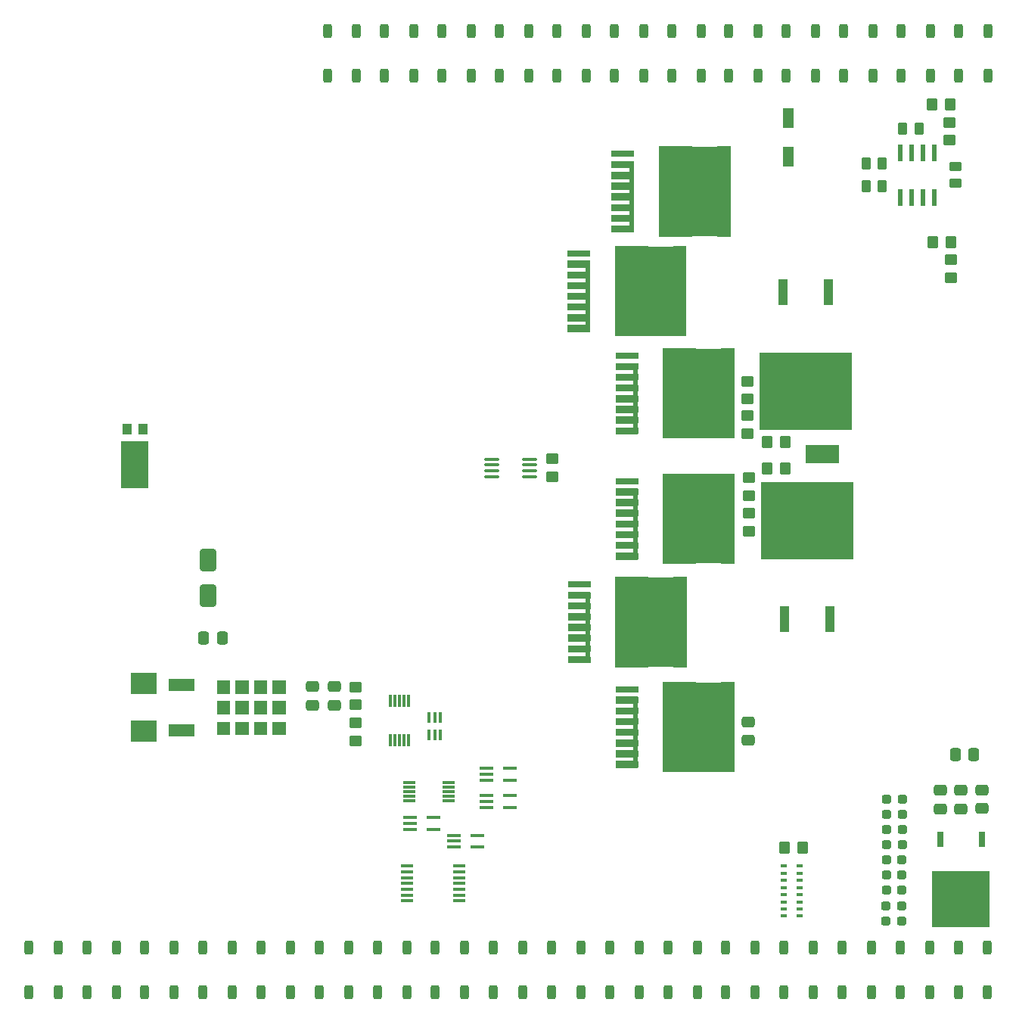
<source format=gbr>
%TF.GenerationSoftware,KiCad,Pcbnew,8.0.3*%
%TF.CreationDate,2025-06-05T12:32:52-07:00*%
%TF.ProjectId,Power_ManagementV2,506f7765-725f-44d6-916e-6167656d656e,rev?*%
%TF.SameCoordinates,Original*%
%TF.FileFunction,Paste,Top*%
%TF.FilePolarity,Positive*%
%FSLAX46Y46*%
G04 Gerber Fmt 4.6, Leading zero omitted, Abs format (unit mm)*
G04 Created by KiCad (PCBNEW 8.0.3) date 2025-06-05 12:32:52*
%MOMM*%
%LPD*%
G01*
G04 APERTURE LIST*
G04 Aperture macros list*
%AMRoundRect*
0 Rectangle with rounded corners*
0 $1 Rounding radius*
0 $2 $3 $4 $5 $6 $7 $8 $9 X,Y pos of 4 corners*
0 Add a 4 corners polygon primitive as box body*
4,1,4,$2,$3,$4,$5,$6,$7,$8,$9,$2,$3,0*
0 Add four circle primitives for the rounded corners*
1,1,$1+$1,$2,$3*
1,1,$1+$1,$4,$5*
1,1,$1+$1,$6,$7*
1,1,$1+$1,$8,$9*
0 Add four rect primitives between the rounded corners*
20,1,$1+$1,$2,$3,$4,$5,0*
20,1,$1+$1,$4,$5,$6,$7,0*
20,1,$1+$1,$6,$7,$8,$9,0*
20,1,$1+$1,$8,$9,$2,$3,0*%
G04 Aperture macros list end*
%ADD10C,0.000000*%
%ADD11C,0.010000*%
%ADD12RoundRect,0.250000X-0.250000X0.550000X-0.250000X-0.550000X0.250000X-0.550000X0.250000X0.550000X0*%
%ADD13RoundRect,0.100000X-0.650000X-0.100000X0.650000X-0.100000X0.650000X0.100000X-0.650000X0.100000X0*%
%ADD14R,0.990600X1.143000*%
%ADD15R,3.098800X5.207000*%
%ADD16RoundRect,0.250000X-0.262500X-0.450000X0.262500X-0.450000X0.262500X0.450000X-0.262500X0.450000X0*%
%ADD17RoundRect,0.250000X0.250000X-0.550000X0.250000X0.550000X-0.250000X0.550000X-0.250000X-0.550000X0*%
%ADD18RoundRect,0.237500X-0.287500X-0.237500X0.287500X-0.237500X0.287500X0.237500X-0.287500X0.237500X0*%
%ADD19RoundRect,0.250000X0.475000X-0.337500X0.475000X0.337500X-0.475000X0.337500X-0.475000X-0.337500X0*%
%ADD20RoundRect,0.250000X0.350000X0.450000X-0.350000X0.450000X-0.350000X-0.450000X0.350000X-0.450000X0*%
%ADD21RoundRect,0.250000X-0.450000X0.350000X-0.450000X-0.350000X0.450000X-0.350000X0.450000X0.350000X0*%
%ADD22R,0.330200X1.371600*%
%ADD23RoundRect,0.250000X-0.337500X-0.475000X0.337500X-0.475000X0.337500X0.475000X-0.337500X0.475000X0*%
%ADD24RoundRect,0.250000X0.450000X-0.350000X0.450000X0.350000X-0.450000X0.350000X-0.450000X-0.350000X0*%
%ADD25R,2.500000X0.800000*%
%ADD26R,7.999995X10.100005*%
%ADD27RoundRect,0.250000X-0.350000X-0.450000X0.350000X-0.450000X0.350000X0.450000X-0.350000X0.450000X0*%
%ADD28R,1.168400X2.209800*%
%ADD29RoundRect,0.250000X-0.475000X0.337500X-0.475000X-0.337500X0.475000X-0.337500X0.475000X0.337500X0*%
%ADD30R,1.371600X0.330200*%
%ADD31RoundRect,0.250000X0.262500X0.450000X-0.262500X0.450000X-0.262500X-0.450000X0.262500X-0.450000X0*%
%ADD32R,0.711200X1.701800*%
%ADD33R,6.553200X6.223000*%
%ADD34R,0.990600X2.997200*%
%ADD35R,10.337800X8.712200*%
%ADD36RoundRect,0.100000X-0.712500X-0.100000X0.712500X-0.100000X0.712500X0.100000X-0.712500X0.100000X0*%
%ADD37R,1.460500X0.355600*%
%ADD38R,0.355600X1.168400*%
%ADD39R,3.800000X2.000000*%
%ADD40R,0.711200X0.457200*%
%ADD41R,2.990000X1.340000*%
%ADD42R,0.533400X1.981200*%
%ADD43RoundRect,0.250000X0.650000X-1.000000X0.650000X1.000000X-0.650000X1.000000X-0.650000X-1.000000X0*%
%ADD44RoundRect,0.250000X-0.450000X0.262500X-0.450000X-0.262500X0.450000X-0.262500X0.450000X0.262500X0*%
%ADD45R,3.000000X2.475000*%
G04 APERTURE END LIST*
D10*
%TO.C,Q3*%
G36*
X230490703Y-88526397D02*
G01*
X233290698Y-88526397D01*
X233290702Y-87676398D01*
X234790699Y-87676398D01*
X234790699Y-97776404D01*
X233290702Y-97776404D01*
X233290698Y-96926405D01*
X230490703Y-96926405D01*
X230490697Y-97776404D01*
X226790704Y-97776404D01*
X226790704Y-87676398D01*
X230490697Y-87676398D01*
X230490703Y-88526397D01*
G37*
G36*
X223990701Y-97326400D02*
G01*
X221490701Y-97326400D01*
X221490701Y-96526400D01*
X223490700Y-96526402D01*
X223490700Y-96126402D01*
X221490701Y-96126400D01*
X221490701Y-95326402D01*
X223490700Y-95326402D01*
X223490700Y-94926402D01*
X221490701Y-94926402D01*
X221490701Y-94126403D01*
X223490700Y-94126402D01*
X223490700Y-93726402D01*
X221490701Y-93726402D01*
X221490701Y-92926402D01*
X223490700Y-92926402D01*
X223490700Y-92526402D01*
X221490701Y-92526402D01*
X221490701Y-91726402D01*
X223490700Y-91726402D01*
X223490700Y-91326402D01*
X221490701Y-91326402D01*
X221490701Y-90526402D01*
X223490700Y-90526402D01*
X223490700Y-90126402D01*
X221490701Y-90126402D01*
X221490701Y-89326402D01*
X223990701Y-89326402D01*
X223990701Y-97326400D01*
G37*
%TO.C,Q4*%
G36*
X230490703Y-102539795D02*
G01*
X233290698Y-102539795D01*
X233290702Y-101689796D01*
X234790699Y-101689796D01*
X234790699Y-111789802D01*
X233290702Y-111789802D01*
X233290698Y-110939803D01*
X230490703Y-110939803D01*
X230490697Y-111789802D01*
X226790704Y-111789802D01*
X226790704Y-101689796D01*
X230490697Y-101689796D01*
X230490703Y-102539795D01*
G37*
G36*
X223990701Y-111339798D02*
G01*
X221490701Y-111339798D01*
X221490701Y-110539798D01*
X223490700Y-110539800D01*
X223490700Y-110139800D01*
X221490701Y-110139798D01*
X221490701Y-109339800D01*
X223490700Y-109339800D01*
X223490700Y-108939800D01*
X221490701Y-108939800D01*
X221490701Y-108139801D01*
X223490700Y-108139800D01*
X223490700Y-107739800D01*
X221490701Y-107739800D01*
X221490701Y-106939800D01*
X223490700Y-106939800D01*
X223490700Y-106539800D01*
X221490701Y-106539800D01*
X221490701Y-105739800D01*
X223490700Y-105739800D01*
X223490700Y-105339800D01*
X221490701Y-105339800D01*
X221490701Y-104539800D01*
X223490700Y-104539800D01*
X223490700Y-104139800D01*
X221490701Y-104139800D01*
X221490701Y-103339800D01*
X223990701Y-103339800D01*
X223990701Y-111339798D01*
G37*
%TO.C,Q1*%
G36*
X230033503Y-65954796D02*
G01*
X232833498Y-65954796D01*
X232833502Y-65104797D01*
X234333499Y-65104797D01*
X234333499Y-75204803D01*
X232833502Y-75204803D01*
X232833498Y-74354804D01*
X230033503Y-74354804D01*
X230033497Y-75204803D01*
X226333504Y-75204803D01*
X226333504Y-65104797D01*
X230033497Y-65104797D01*
X230033503Y-65954796D01*
G37*
G36*
X223533501Y-74754799D02*
G01*
X221033501Y-74754799D01*
X221033501Y-73954799D01*
X223033500Y-73954801D01*
X223033500Y-73554801D01*
X221033501Y-73554799D01*
X221033501Y-72754801D01*
X223033500Y-72754801D01*
X223033500Y-72354801D01*
X221033501Y-72354801D01*
X221033501Y-71554802D01*
X223033500Y-71554801D01*
X223033500Y-71154801D01*
X221033501Y-71154801D01*
X221033501Y-70354801D01*
X223033500Y-70354801D01*
X223033500Y-69954801D01*
X221033501Y-69954801D01*
X221033501Y-69154801D01*
X223033500Y-69154801D01*
X223033500Y-68754801D01*
X221033501Y-68754801D01*
X221033501Y-67954801D01*
X223033500Y-67954801D01*
X223033500Y-67554801D01*
X221033501Y-67554801D01*
X221033501Y-66754801D01*
X223533501Y-66754801D01*
X223533501Y-74754799D01*
G37*
%TO.C,Q2*%
G36*
X225105903Y-77079996D02*
G01*
X227905898Y-77079996D01*
X227905902Y-76229997D01*
X229405899Y-76229997D01*
X229405899Y-86330003D01*
X227905902Y-86330003D01*
X227905898Y-85480004D01*
X225105903Y-85480004D01*
X225105897Y-86330003D01*
X221405904Y-86330003D01*
X221405904Y-76229997D01*
X225105897Y-76229997D01*
X225105903Y-77079996D01*
G37*
G36*
X218605901Y-85879999D02*
G01*
X216105901Y-85879999D01*
X216105901Y-85079999D01*
X218105900Y-85080001D01*
X218105900Y-84680001D01*
X216105901Y-84679999D01*
X216105901Y-83880001D01*
X218105900Y-83880001D01*
X218105900Y-83480001D01*
X216105901Y-83480001D01*
X216105901Y-82680002D01*
X218105900Y-82680001D01*
X218105900Y-82280001D01*
X216105901Y-82280001D01*
X216105901Y-81480001D01*
X218105900Y-81480001D01*
X218105900Y-81080001D01*
X216105901Y-81080001D01*
X216105901Y-80280001D01*
X218105900Y-80280001D01*
X218105900Y-79880001D01*
X216105901Y-79880001D01*
X216105901Y-79080001D01*
X218105900Y-79080001D01*
X218105900Y-78680001D01*
X216105901Y-78680001D01*
X216105901Y-77880001D01*
X218605901Y-77880001D01*
X218605901Y-85879999D01*
G37*
%TO.C,Q5*%
G36*
X225148602Y-114115995D02*
G01*
X227948597Y-114115995D01*
X227948601Y-113265996D01*
X229448598Y-113265996D01*
X229448598Y-123366002D01*
X227948601Y-123366002D01*
X227948597Y-122516003D01*
X225148602Y-122516003D01*
X225148596Y-123366002D01*
X221448603Y-123366002D01*
X221448603Y-113265996D01*
X225148596Y-113265996D01*
X225148602Y-114115995D01*
G37*
G36*
X218648600Y-122915998D02*
G01*
X216148600Y-122915998D01*
X216148600Y-122115998D01*
X218148599Y-122116000D01*
X218148599Y-121716000D01*
X216148600Y-121715998D01*
X216148600Y-120916000D01*
X218148599Y-120916000D01*
X218148599Y-120516000D01*
X216148600Y-120516000D01*
X216148600Y-119716001D01*
X218148599Y-119716000D01*
X218148599Y-119316000D01*
X216148600Y-119316000D01*
X216148600Y-118516000D01*
X218148599Y-118516000D01*
X218148599Y-118116000D01*
X216148600Y-118116000D01*
X216148600Y-117316000D01*
X218148599Y-117316000D01*
X218148599Y-116916000D01*
X216148600Y-116916000D01*
X216148600Y-116116000D01*
X218148599Y-116116000D01*
X218148599Y-115716000D01*
X216148600Y-115716000D01*
X216148600Y-114916000D01*
X218648600Y-114916000D01*
X218648600Y-122915998D01*
G37*
%TO.C,Q6*%
G36*
X230490703Y-125850795D02*
G01*
X233290698Y-125850795D01*
X233290702Y-125000796D01*
X234790699Y-125000796D01*
X234790699Y-135100802D01*
X233290702Y-135100802D01*
X233290698Y-134250803D01*
X230490703Y-134250803D01*
X230490697Y-135100802D01*
X226790704Y-135100802D01*
X226790704Y-125000796D01*
X230490697Y-125000796D01*
X230490703Y-125850795D01*
G37*
G36*
X223990701Y-134650798D02*
G01*
X221490701Y-134650798D01*
X221490701Y-133850798D01*
X223490700Y-133850800D01*
X223490700Y-133450800D01*
X221490701Y-133450798D01*
X221490701Y-132650800D01*
X223490700Y-132650800D01*
X223490700Y-132250800D01*
X221490701Y-132250800D01*
X221490701Y-131450801D01*
X223490700Y-131450800D01*
X223490700Y-131050800D01*
X221490701Y-131050800D01*
X221490701Y-130250800D01*
X223490700Y-130250800D01*
X223490700Y-129850800D01*
X221490701Y-129850800D01*
X221490701Y-129050800D01*
X223490700Y-129050800D01*
X223490700Y-128650800D01*
X221490701Y-128650800D01*
X221490701Y-127850800D01*
X223490700Y-127850800D01*
X223490700Y-127450800D01*
X221490701Y-127450800D01*
X221490701Y-126650800D01*
X223990701Y-126650800D01*
X223990701Y-134650798D01*
G37*
D11*
%TO.C,R14*%
X178252500Y-126240000D02*
X176872500Y-126240000D01*
X176872500Y-124860000D01*
X178252500Y-124860000D01*
X178252500Y-126240000D01*
G36*
X178252500Y-126240000D02*
G01*
X176872500Y-126240000D01*
X176872500Y-124860000D01*
X178252500Y-124860000D01*
X178252500Y-126240000D01*
G37*
X178252500Y-128540000D02*
X176872500Y-128540000D01*
X176872500Y-127160000D01*
X178252500Y-127160000D01*
X178252500Y-128540000D01*
G36*
X178252500Y-128540000D02*
G01*
X176872500Y-128540000D01*
X176872500Y-127160000D01*
X178252500Y-127160000D01*
X178252500Y-128540000D01*
G37*
X178252500Y-130840000D02*
X176872500Y-130840000D01*
X176872500Y-129460000D01*
X178252500Y-129460000D01*
X178252500Y-130840000D01*
G36*
X178252500Y-130840000D02*
G01*
X176872500Y-130840000D01*
X176872500Y-129460000D01*
X178252500Y-129460000D01*
X178252500Y-130840000D01*
G37*
X180322500Y-126240000D02*
X178942500Y-126240000D01*
X178942500Y-124860000D01*
X180322500Y-124860000D01*
X180322500Y-126240000D01*
G36*
X180322500Y-126240000D02*
G01*
X178942500Y-126240000D01*
X178942500Y-124860000D01*
X180322500Y-124860000D01*
X180322500Y-126240000D01*
G37*
X180322500Y-128540000D02*
X178942500Y-128540000D01*
X178942500Y-127160000D01*
X180322500Y-127160000D01*
X180322500Y-128540000D01*
G36*
X180322500Y-128540000D02*
G01*
X178942500Y-128540000D01*
X178942500Y-127160000D01*
X180322500Y-127160000D01*
X180322500Y-128540000D01*
G37*
X180322500Y-130840000D02*
X178942500Y-130840000D01*
X178942500Y-129460000D01*
X180322500Y-129460000D01*
X180322500Y-130840000D01*
G36*
X180322500Y-130840000D02*
G01*
X178942500Y-130840000D01*
X178942500Y-129460000D01*
X180322500Y-129460000D01*
X180322500Y-130840000D01*
G37*
X182392500Y-126240000D02*
X181012500Y-126240000D01*
X181012500Y-124860000D01*
X182392500Y-124860000D01*
X182392500Y-126240000D01*
G36*
X182392500Y-126240000D02*
G01*
X181012500Y-126240000D01*
X181012500Y-124860000D01*
X182392500Y-124860000D01*
X182392500Y-126240000D01*
G37*
X182392500Y-128540000D02*
X181012500Y-128540000D01*
X181012500Y-127160000D01*
X182392500Y-127160000D01*
X182392500Y-128540000D01*
G36*
X182392500Y-128540000D02*
G01*
X181012500Y-128540000D01*
X181012500Y-127160000D01*
X182392500Y-127160000D01*
X182392500Y-128540000D01*
G37*
X182392500Y-130840000D02*
X181012500Y-130840000D01*
X181012500Y-129460000D01*
X182392500Y-129460000D01*
X182392500Y-130840000D01*
G36*
X182392500Y-130840000D02*
G01*
X181012500Y-130840000D01*
X181012500Y-129460000D01*
X182392500Y-129460000D01*
X182392500Y-130840000D01*
G37*
X184462500Y-126240000D02*
X183082500Y-126240000D01*
X183082500Y-124860000D01*
X184462500Y-124860000D01*
X184462500Y-126240000D01*
G36*
X184462500Y-126240000D02*
G01*
X183082500Y-126240000D01*
X183082500Y-124860000D01*
X184462500Y-124860000D01*
X184462500Y-126240000D01*
G37*
X184462500Y-128540000D02*
X183082500Y-128540000D01*
X183082500Y-127160000D01*
X184462500Y-127160000D01*
X184462500Y-128540000D01*
G36*
X184462500Y-128540000D02*
G01*
X183082500Y-128540000D01*
X183082500Y-127160000D01*
X184462500Y-127160000D01*
X184462500Y-128540000D01*
G37*
X184462500Y-130840000D02*
X183082500Y-130840000D01*
X183082500Y-129460000D01*
X184462500Y-129460000D01*
X184462500Y-130840000D01*
G36*
X184462500Y-130840000D02*
G01*
X183082500Y-130840000D01*
X183082500Y-129460000D01*
X184462500Y-129460000D01*
X184462500Y-130840000D01*
G37*
%TD*%
D12*
%TO.C,LED18*%
X263139322Y-52200000D03*
X259839322Y-52200000D03*
X263139322Y-57200000D03*
X259839322Y-57200000D03*
%TD*%
D13*
%TO.C,U9*%
X203365000Y-142175000D03*
X203365000Y-142825000D03*
X203365000Y-143475000D03*
X206025000Y-143475000D03*
X206025000Y-142175000D03*
%TD*%
D14*
%TO.C,CR1*%
X168616402Y-96723200D03*
X166776400Y-96723200D03*
D15*
X167696401Y-100711000D03*
%TD*%
D16*
%TO.C,R5*%
X249485900Y-67002400D03*
X251310900Y-67002400D03*
%TD*%
D17*
%TO.C,LED1*%
X155793000Y-159750000D03*
X159093000Y-159750000D03*
X155793000Y-154750000D03*
X159093000Y-154750000D03*
%TD*%
D18*
%TO.C,D13*%
X251747400Y-150048200D03*
X253497400Y-150048200D03*
%TD*%
D19*
%TO.C,C6*%
X260148599Y-139211500D03*
X260148599Y-137136500D03*
%TD*%
D17*
%TO.C,LED5*%
X181798600Y-159750000D03*
X185098600Y-159750000D03*
X181798600Y-154750000D03*
X185098600Y-154750000D03*
%TD*%
D20*
%TO.C,R19*%
X242400000Y-143520400D03*
X240400000Y-143520400D03*
%TD*%
D13*
%TO.C,U12*%
X206990000Y-134700000D03*
X206990000Y-135350000D03*
X206990000Y-136000000D03*
X209650000Y-136000000D03*
X209650000Y-134700000D03*
%TD*%
D21*
%TO.C,R12*%
X259000000Y-77800000D03*
X259000000Y-79800000D03*
%TD*%
D22*
%TO.C,U10*%
X198275001Y-127139000D03*
X197774999Y-127139000D03*
X197275000Y-127139000D03*
X196775001Y-127139000D03*
X196274999Y-127139000D03*
X196274999Y-131533200D03*
X196775001Y-131533200D03*
X197275000Y-131533200D03*
X197774999Y-131533200D03*
X198275001Y-131533200D03*
%TD*%
D21*
%TO.C,R13*%
X192350000Y-125575000D03*
X192350000Y-127575000D03*
%TD*%
D23*
%TO.C,C2*%
X259515700Y-133096000D03*
X261590700Y-133096000D03*
%TD*%
D17*
%TO.C,LED6*%
X188300000Y-159750000D03*
X191600000Y-159750000D03*
X188300000Y-154750000D03*
X191600000Y-154750000D03*
%TD*%
D24*
%TO.C,R1*%
X236220000Y-93370400D03*
X236220000Y-91370400D03*
%TD*%
D12*
%TO.C,LED28*%
X198924934Y-52200000D03*
X195624934Y-52200000D03*
X198924934Y-57200000D03*
X195624934Y-57200000D03*
%TD*%
D25*
%TO.C,Q3*%
X222740701Y-88526402D03*
X222740701Y-89726402D03*
X222740701Y-90926402D03*
X222740701Y-92126402D03*
X222740701Y-93326402D03*
X222740701Y-94526402D03*
X222740701Y-95726400D03*
X222740701Y-96926400D03*
D26*
X230790701Y-92726401D03*
%TD*%
D17*
%TO.C,LED10*%
X214305600Y-159750000D03*
X217605600Y-159750000D03*
X214305600Y-154750000D03*
X217605600Y-154750000D03*
%TD*%
D25*
%TO.C,Q4*%
X222740701Y-102539800D03*
X222740701Y-103739800D03*
X222740701Y-104939800D03*
X222740701Y-106139800D03*
X222740701Y-107339800D03*
X222740701Y-108539800D03*
X222740701Y-109739798D03*
X222740701Y-110939798D03*
D26*
X230790701Y-106739799D03*
%TD*%
D27*
%TO.C,R9*%
X256900000Y-60450000D03*
X258900000Y-60450000D03*
%TD*%
D17*
%TO.C,LED7*%
X194801400Y-159750000D03*
X198101400Y-159750000D03*
X194801400Y-154750000D03*
X198101400Y-154750000D03*
%TD*%
D19*
%TO.C,C4*%
X262459999Y-139186100D03*
X262459999Y-137111100D03*
%TD*%
D28*
%TO.C,C1*%
X240800000Y-61900000D03*
X240800000Y-66218000D03*
%TD*%
D17*
%TO.C,LED15*%
X246812600Y-159750000D03*
X250112600Y-159750000D03*
X246812600Y-154750000D03*
X250112600Y-154750000D03*
%TD*%
D29*
%TO.C,C8*%
X187550000Y-125525000D03*
X187550000Y-127600000D03*
%TD*%
%TO.C,C9*%
X190025000Y-125537500D03*
X190025000Y-127612500D03*
%TD*%
D30*
%TO.C,U6*%
X198427900Y-136274999D03*
X198427900Y-136775001D03*
X198427900Y-137275000D03*
X198427900Y-137774999D03*
X198427900Y-138275001D03*
X202822100Y-138275001D03*
X202822100Y-137774999D03*
X202822100Y-137275000D03*
X202822100Y-136775001D03*
X202822100Y-136274999D03*
%TD*%
D31*
%TO.C,TH2*%
X255425700Y-63090800D03*
X253600700Y-63090800D03*
%TD*%
D17*
%TO.C,LED17*%
X259815400Y-159750000D03*
X263115400Y-159750000D03*
X259815400Y-154750000D03*
X263115400Y-154750000D03*
%TD*%
%TO.C,LED4*%
X175297200Y-159750000D03*
X178597200Y-159750000D03*
X175297200Y-154750000D03*
X178597200Y-154750000D03*
%TD*%
D18*
%TO.C,D5*%
X251803400Y-139837400D03*
X253553400Y-139837400D03*
%TD*%
D25*
%TO.C,Q1*%
X222283501Y-65954801D03*
X222283501Y-67154801D03*
X222283501Y-68354801D03*
X222283501Y-69554801D03*
X222283501Y-70754801D03*
X222283501Y-71954801D03*
X222283501Y-73154799D03*
X222283501Y-74354799D03*
D26*
X230333501Y-70154800D03*
%TD*%
D21*
%TO.C,R7*%
X236372400Y-102190800D03*
X236372400Y-104190800D03*
%TD*%
D17*
%TO.C,LED16*%
X253314000Y-159750000D03*
X256614000Y-159750000D03*
X253314000Y-154750000D03*
X256614000Y-154750000D03*
%TD*%
D32*
%TO.C,U4*%
X262450001Y-142593600D03*
D33*
X260150000Y-149350000D03*
D32*
X257849999Y-142593600D03*
%TD*%
D34*
%TO.C,U2*%
X240385600Y-117983000D03*
D35*
X242925600Y-106972100D03*
D34*
X245465600Y-117983000D03*
%TD*%
D17*
%TO.C,LED3*%
X168795800Y-159750000D03*
X172095800Y-159750000D03*
X168795800Y-154750000D03*
X172095800Y-154750000D03*
%TD*%
D27*
%TO.C,R10*%
X257000000Y-75800000D03*
X259000000Y-75800000D03*
%TD*%
D36*
%TO.C,U14*%
X207612500Y-100100000D03*
X207612500Y-100750000D03*
X207612500Y-101400000D03*
X207612500Y-102050000D03*
X211837500Y-102050000D03*
X211837500Y-101400000D03*
X211837500Y-100750000D03*
X211837500Y-100100000D03*
%TD*%
D18*
%TO.C,D6*%
X251800800Y-141488400D03*
X253550800Y-141488400D03*
%TD*%
D17*
%TO.C,LED8*%
X201302800Y-159750000D03*
X204602800Y-159750000D03*
X201302800Y-154750000D03*
X204602800Y-154750000D03*
%TD*%
D12*
%TO.C,LED20*%
X250296438Y-52200000D03*
X246996438Y-52200000D03*
X250296438Y-57200000D03*
X246996438Y-57200000D03*
%TD*%
D34*
%TO.C,U1*%
X245313200Y-81445100D03*
D35*
X242773200Y-92456000D03*
D34*
X240233200Y-81445100D03*
%TD*%
D17*
%TO.C,LED2*%
X162294400Y-159750000D03*
X165594400Y-159750000D03*
X162294400Y-154750000D03*
X165594400Y-154750000D03*
%TD*%
D20*
%TO.C,R8*%
X240436400Y-101142800D03*
X238436400Y-101142800D03*
%TD*%
D17*
%TO.C,LED12*%
X227308400Y-159750000D03*
X230608400Y-159750000D03*
X227308400Y-154750000D03*
X230608400Y-154750000D03*
%TD*%
D37*
%TO.C,U7*%
X198133750Y-145599999D03*
X198133750Y-146250000D03*
X198133750Y-146900001D03*
X198133750Y-147550000D03*
X198133750Y-148199999D03*
X198133750Y-148850000D03*
X198133750Y-149499999D03*
X203988450Y-149500001D03*
X203988450Y-148850000D03*
X203988450Y-148200001D03*
X203988450Y-147550000D03*
X203988450Y-146900001D03*
X203988450Y-146250000D03*
X203988450Y-145600001D03*
%TD*%
D23*
%TO.C,C7*%
X175369400Y-120091200D03*
X177444400Y-120091200D03*
%TD*%
D17*
%TO.C,LED9*%
X207804200Y-159750000D03*
X211104200Y-159750000D03*
X207804200Y-154750000D03*
X211104200Y-154750000D03*
%TD*%
D38*
%TO.C,U11*%
X201875000Y-129019200D03*
X201225001Y-129019200D03*
X200575002Y-129019200D03*
X200575002Y-130975000D03*
X201225001Y-130975000D03*
X201875000Y-130975000D03*
%TD*%
D12*
%TO.C,LED29*%
X192503496Y-52200000D03*
X189203496Y-52200000D03*
X192503496Y-57200000D03*
X189203496Y-57200000D03*
%TD*%
D39*
%TO.C,TP1*%
X244650000Y-99500000D03*
%TD*%
D19*
%TO.C,C5*%
X257799199Y-139233000D03*
X257799199Y-137158000D03*
%TD*%
D12*
%TO.C,LED27*%
X205346372Y-52200000D03*
X202046372Y-52200000D03*
X205346372Y-57200000D03*
X202046372Y-57200000D03*
%TD*%
D18*
%TO.C,D8*%
X251789400Y-144892000D03*
X253539400Y-144892000D03*
%TD*%
D21*
%TO.C,R2*%
X236220000Y-95231200D03*
X236220000Y-97231200D03*
%TD*%
D13*
%TO.C,U8*%
X198470000Y-140187500D03*
X198470000Y-140837500D03*
X198470000Y-141487500D03*
X201130000Y-141487500D03*
X201130000Y-140187500D03*
%TD*%
D25*
%TO.C,Q2*%
X217355901Y-77080001D03*
X217355901Y-78280001D03*
X217355901Y-79480001D03*
X217355901Y-80680001D03*
X217355901Y-81880001D03*
X217355901Y-83080001D03*
X217355901Y-84279999D03*
X217355901Y-85479999D03*
D26*
X225405901Y-81280000D03*
%TD*%
D29*
%TO.C,C3*%
X236321600Y-129467700D03*
X236321600Y-131542700D03*
%TD*%
D12*
%TO.C,LED21*%
X243875000Y-52200000D03*
X240575000Y-52200000D03*
X243875000Y-57200000D03*
X240575000Y-57200000D03*
%TD*%
%TO.C,LED22*%
X237453562Y-52200000D03*
X234153562Y-52200000D03*
X237453562Y-57200000D03*
X234153562Y-57200000D03*
%TD*%
D40*
%TO.C,R21*%
X242087400Y-151205999D03*
X242087400Y-150405999D03*
X242087400Y-149606000D03*
X242087400Y-148805999D03*
X242087400Y-148006001D03*
X242087400Y-147206000D03*
X242087400Y-146405999D03*
X242087400Y-145606001D03*
X240284000Y-145606001D03*
X240284000Y-146406001D03*
X240284000Y-147206000D03*
X240284000Y-148006001D03*
X240284000Y-148805999D03*
X240284000Y-149606000D03*
X240284000Y-150406001D03*
X240284000Y-151205999D03*
%TD*%
D16*
%TO.C,R4*%
X249485900Y-69542400D03*
X251310900Y-69542400D03*
%TD*%
D25*
%TO.C,Q5*%
X217398600Y-114116000D03*
X217398600Y-115316000D03*
X217398600Y-116516000D03*
X217398600Y-117716000D03*
X217398600Y-118916000D03*
X217398600Y-120116000D03*
X217398600Y-121315998D03*
X217398600Y-122515998D03*
D26*
X225448600Y-118315999D03*
%TD*%
D21*
%TO.C,R15*%
X192350000Y-129575000D03*
X192350000Y-131575000D03*
%TD*%
D18*
%TO.C,D7*%
X251803400Y-138161000D03*
X253553400Y-138161000D03*
%TD*%
%TO.C,D12*%
X251750000Y-151750000D03*
X253500000Y-151750000D03*
%TD*%
%TO.C,D11*%
X251772800Y-148321000D03*
X253522800Y-148321000D03*
%TD*%
D24*
%TO.C,R6*%
X236372400Y-108137200D03*
X236372400Y-106137200D03*
%TD*%
D25*
%TO.C,Q6*%
X222740701Y-125850800D03*
X222740701Y-127050800D03*
X222740701Y-128250800D03*
X222740701Y-129450800D03*
X222740701Y-130650800D03*
X222740701Y-131850800D03*
X222740701Y-133050798D03*
X222740701Y-134250798D03*
D26*
X230790701Y-130050799D03*
%TD*%
D41*
%TO.C,R14*%
X172907500Y-125310000D03*
X172907500Y-130390000D03*
%TD*%
D20*
%TO.C,R3*%
X240455200Y-98196400D03*
X238455200Y-98196400D03*
%TD*%
D42*
%TO.C,U3*%
X253299080Y-70787000D03*
X254569080Y-70787000D03*
X255839080Y-70787000D03*
X257109080Y-70787000D03*
X257109080Y-65859400D03*
X255839080Y-65859400D03*
X254569080Y-65859400D03*
X253299080Y-65859400D03*
%TD*%
D12*
%TO.C,LED25*%
X218189248Y-52200000D03*
X214889248Y-52200000D03*
X218189248Y-57200000D03*
X214889248Y-57200000D03*
%TD*%
%TO.C,LED26*%
X211767810Y-52200000D03*
X208467810Y-52200000D03*
X211767810Y-57200000D03*
X208467810Y-57200000D03*
%TD*%
D43*
%TO.C,D3*%
X175900000Y-115375000D03*
X175900000Y-111375000D03*
%TD*%
D12*
%TO.C,LED23*%
X231032124Y-52200000D03*
X227732124Y-52200000D03*
X231032124Y-57200000D03*
X227732124Y-57200000D03*
%TD*%
D17*
%TO.C,LED13*%
X233809800Y-159750000D03*
X237109800Y-159750000D03*
X233809800Y-154750000D03*
X237109800Y-154750000D03*
%TD*%
D18*
%TO.C,D4*%
X251803400Y-143215600D03*
X253553400Y-143215600D03*
%TD*%
D12*
%TO.C,LED19*%
X256717876Y-52200000D03*
X253417876Y-52200000D03*
X256717876Y-57200000D03*
X253417876Y-57200000D03*
%TD*%
D21*
%TO.C,R11*%
X258850000Y-62400000D03*
X258850000Y-64400000D03*
%TD*%
D17*
%TO.C,LED11*%
X220807000Y-159750000D03*
X224107000Y-159750000D03*
X220807000Y-154750000D03*
X224107000Y-154750000D03*
%TD*%
D18*
%TO.C,D10*%
X251772800Y-146593800D03*
X253522800Y-146593800D03*
%TD*%
D44*
%TO.C,TH1*%
X259517000Y-67387200D03*
X259517000Y-69212200D03*
%TD*%
D13*
%TO.C,U13*%
X207015000Y-137750000D03*
X207015000Y-138400000D03*
X207015000Y-139050000D03*
X209675000Y-139050000D03*
X209675000Y-137750000D03*
%TD*%
D45*
%TO.C,JP12*%
X168675000Y-130537500D03*
X168675000Y-125162500D03*
%TD*%
D21*
%TO.C,R16*%
X214425000Y-100075000D03*
X214425000Y-102075000D03*
%TD*%
D17*
%TO.C,LED14*%
X240311200Y-159750000D03*
X243611200Y-159750000D03*
X240311200Y-154750000D03*
X243611200Y-154750000D03*
%TD*%
D12*
%TO.C,LED24*%
X224610686Y-52200000D03*
X221310686Y-52200000D03*
X224610686Y-57200000D03*
X221310686Y-57200000D03*
%TD*%
M02*

</source>
